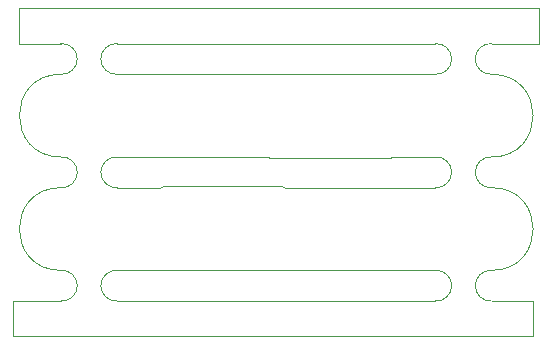
<source format=gbr>
%TF.GenerationSoftware,KiCad,Pcbnew,5.99.0-unknown-43523df843~131~ubuntu21.10.1*%
%TF.CreationDate,2021-08-03T15:32:11+01:00*%
%TF.ProjectId,dboard_panelized,64626f61-7264-45f7-9061-6e656c697a65,rev?*%
%TF.SameCoordinates,Original*%
%TF.FileFunction,Profile,NP*%
%FSLAX46Y46*%
G04 Gerber Fmt 4.6, Leading zero omitted, Abs format (unit mm)*
G04 Created by KiCad (PCBNEW 5.99.0-unknown-43523df843~131~ubuntu21.10.1) date 2021-08-03 15:32:11*
%MOMM*%
%LPD*%
G01*
G04 APERTURE LIST*
%TA.AperFunction,Profile*%
%ADD10C,0.050000*%
%TD*%
G04 APERTURE END LIST*
D10*
X61299998Y-45200001D02*
X64799998Y-45200000D01*
X24800000Y-33000000D02*
G75*
G02*
X24800000Y-26000000I0J3500000D01*
G01*
X65300000Y-23400000D02*
X61300000Y-23400000D01*
X42600000Y-33100000D02*
X52600000Y-33100000D01*
X29600000Y-23400000D02*
X56500000Y-23400000D01*
X21300000Y-23400000D02*
X21300000Y-20400000D01*
X61300000Y-35600000D02*
G75*
G02*
X61300000Y-33000000I-100000J1300000D01*
G01*
X64799998Y-45200000D02*
X64800001Y-48199999D01*
X52900000Y-33000000D02*
X56496160Y-33000000D01*
X56507105Y-26000527D02*
G75*
G03*
X56500000Y-23400000I92895J1300527D01*
G01*
X29592894Y-42599473D02*
X56507104Y-42599473D01*
X52600000Y-33100000D02*
X52900000Y-33000000D01*
X24800001Y-35600000D02*
G75*
G03*
X24800000Y-33000000I99999J1300000D01*
G01*
X29592895Y-26000527D02*
X56507105Y-26000527D01*
X29599999Y-35600000D02*
G75*
G02*
X29600000Y-33000000I-99999J1300000D01*
G01*
X42300000Y-33000000D02*
X42600000Y-33100000D01*
X29592894Y-42599473D02*
G75*
G03*
X29599999Y-45200000I-92895J-1300527D01*
G01*
X43799999Y-35600000D02*
X43500001Y-35500000D01*
X65300000Y-20400000D02*
X65300000Y-23400000D01*
X64800001Y-48199999D02*
X20799999Y-48200000D01*
X24799993Y-42600001D02*
G75*
G02*
X24799999Y-45200000I100005J-1299999D01*
G01*
X61300004Y-25999998D02*
G75*
G02*
X61300000Y-33000000I-2J-3500001D01*
G01*
X24800000Y-23400000D02*
X21300000Y-23400000D01*
X61300001Y-35600000D02*
G75*
G02*
X61300001Y-42600000I0J-3500000D01*
G01*
X24800000Y-26000000D02*
G75*
G03*
X24800000Y-23400000I100000J1300000D01*
G01*
X20799999Y-45200000D02*
X24799999Y-45200000D01*
X56496160Y-35600000D02*
G75*
G03*
X56496160Y-33000000I100000J1300000D01*
G01*
X33200001Y-35600000D02*
X29599999Y-35600000D01*
X29600000Y-33000000D02*
X42300000Y-33000000D01*
X56500000Y-45199999D02*
X29599999Y-45200000D01*
X29592895Y-26000527D02*
G75*
G02*
X29600000Y-23400000I-92895J1300527D01*
G01*
X43500001Y-35500000D02*
X33500002Y-35500001D01*
X56496160Y-35600000D02*
X43799999Y-35600000D01*
X33500002Y-35500001D02*
X33200001Y-35600000D01*
X20799999Y-48200000D02*
X20799999Y-45200000D01*
X61300000Y-42600000D02*
G75*
G03*
X61299998Y-45200001I-100001J-1300000D01*
G01*
X61300004Y-25999999D02*
G75*
G02*
X61300000Y-23400000I-100004J1299999D01*
G01*
X56507106Y-42599476D02*
G75*
G02*
X56500000Y-45199999I92894J-1300525D01*
G01*
X21300000Y-20400000D02*
X65300000Y-20400000D01*
X24799997Y-42600003D02*
G75*
G02*
X24800001Y-35599999I2J3500002D01*
G01*
M02*

</source>
